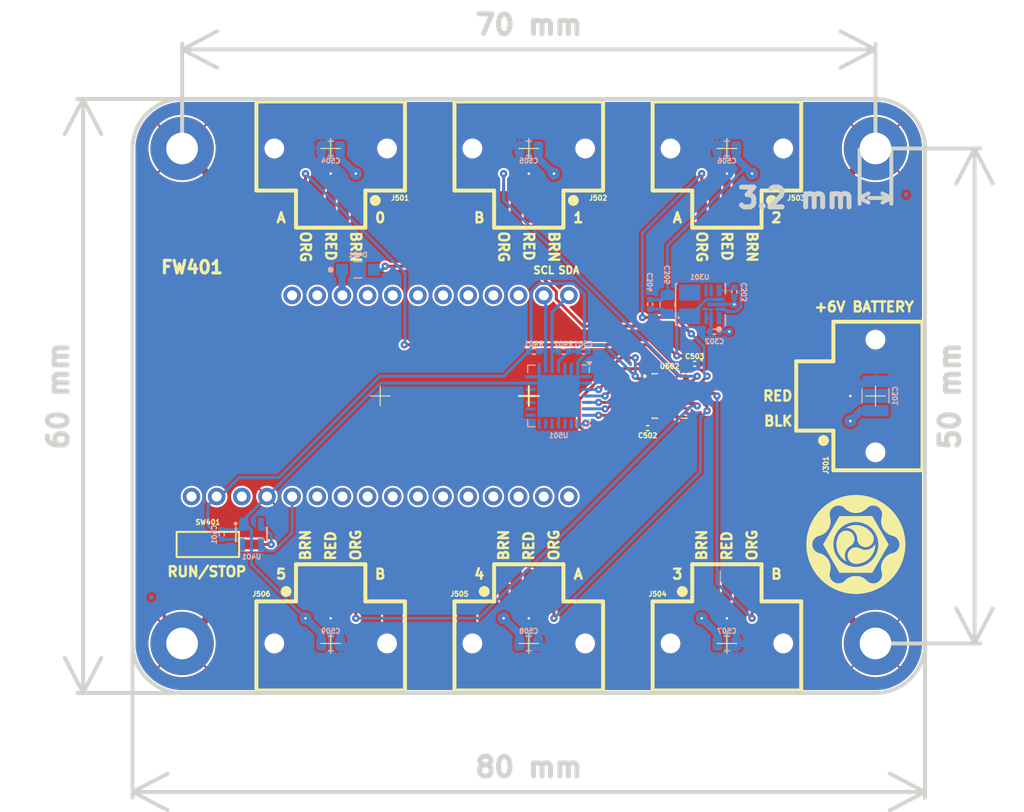
<source format=kicad_pcb>
(kicad_pcb (version 20221018) (generator pcbnew)
  (title_block (title "thruster-pcb") (date "2025-02-18") (rev "1.0") (company "Mechatronic Magic"))
  (layers (0 "F.Cu" signal) (31 "B.Cu" signal) (34 "B.Paste" user) (35 "F.Paste" user) (36 "B.SilkS" user "B.Silkscreen") (37 "F.SilkS" user "F.Silkscreen") (38 "B.Mask" user) (39 "F.Mask" user) (44 "Edge.Cuts" user))
  (net 0 "")
  (net 1 "/GND")
  (net 2 "/+6V")
  (net 3 "/microcontroller/VBUS")
  (net 6 "/microcontroller/RUN_DEBOUNCED")
  (net 20 "/+5V")
  (net 24 "/+3.3V")
  (net 30 "/thrusters/SIG_0")
  (net 35 "/power/VDD")
  (net 36 "/thrusters/SIG_1")
  (net 37 "/thrusters/SIG_2")
  (net 38 "/thrusters/SIG_3")
  (net 39 "/SDA")
  (net 40 "/SCL")
  (net 41 "/thrusters/SIG_4")
  (net 42 "/thrusters/SIG_5")
  (net 43 "/thrusters/PWM_0")
  (net 44 "/thrusters/PWM_1")
  (net 45 "/thrusters/PWM_2")
  (net 46 "/thrusters/PWM_3")
  (net 47 "/thrusters/PWM_4")
  (net 48 "/thrusters/PWM_5")
  (net 61 "/microcontroller/RUN")
  (footprint "MechatronicMagicLogo:logo-white-fg-black-bg-10mm" (layer "F.Cu") (at 191.17 116.35)
    (fp_text reference "G101" hide)
    (fp_text value "LOGO-10mm" hide)
  )
  (footprint "Janelia:IC_TXS0108ERGYR" (layer "F.Cu") (at 172.36 101.35)
    (fp_text reference "U502")
    (fp_text value "LevelTranslator_TXS0108EPW")
  )
  (footprint "Janelia:Connector_Header_1x03_P2.54mm_Horizontal_SMD_284052-E" (layer "F.Cu") (at 178.15 126.35 180)
    (fp_text reference "J504")
    (fp_text value "Conn_TERM_HDR_01x03_Pin_3.5mm_Horizontal" hide)
  )
  (footprint "Janelia:FEATHERWING_HEADERS" (layer "F.Cu") (at 143.15 101.35)
    (fp_text reference "FW401")
    (fp_text value "FEATHERWING_nRF52_HEADERS")
  )
  (footprint "Janelia:MountingHole_3.2mm_M3_Pad" (layer "F.Cu") (at 123.15 76.35)
    (fp_text reference "H201" hide)
    (fp_text value "MountingHole_M3_Pad" hide)
  )
  (footprint "Janelia:FIDUCIAL_0.5mm_Mask1mm" (layer "F.Cu") (at 120.05 81.03)
    (fp_text reference "FID201")
    (fp_text value "FIDUCIAL_0.5mm_MASK1mm" hide)
  )
  (footprint "Janelia:MountingHole_3.2mm_M3_Pad" (layer "F.Cu") (at 193.15 76.35)
    (fp_text reference "H202" hide)
    (fp_text value "MountingHole_M3_Pad" hide)
  )
  (footprint "Janelia:C_0402_1005Metric" (layer "F.Cu") (at 174.9 98.1)
    (fp_text reference "C503")
    (fp_text value "0.1uF_100V")
  )
  (footprint "Janelia:Connector_Header_1x03_P2.54mm_Horizontal_SMD_284052-E" (layer "F.Cu") (at 138.15 76.35)
    (fp_text reference "J501")
    (fp_text value "Conn_TERM_HDR_01x03_Pin_3.5mm_Horizontal" hide)
  )
  (footprint "Janelia:FIDUCIAL_0.5mm_Mask1mm" (layer "F.Cu") (at 196.25 121.67)
    (fp_text reference "FID203")
    (fp_text value "FIDUCIAL_0.5mm_MASK1mm" hide)
  )
  (footprint "Janelia:MountingHole_3.2mm_M3_Pad" (layer "F.Cu") (at 193.15 126.35)
    (fp_text reference "H203" hide)
    (fp_text value "MountingHole_M3_Pad" hide)
  )
  (footprint "Janelia:MountingHole_3.2mm_M3_Pad" (layer "F.Cu") (at 123.15 126.35)
    (fp_text reference "H204" hide)
    (fp_text value "MountingHole_M3_Pad" hide)
  )
  (footprint "Janelia:Connector_Header_1x03_P2.54mm_Horizontal_SMD_284052-E" (layer "F.Cu") (at 178.15 76.35)
    (fp_text reference "J503")
    (fp_text value "Conn_TERM_HDR_01x03_Pin_3.5mm_Horizontal" hide)
  )
  (footprint "Janelia:Connector_Header_1x03_P2.54mm_Horizontal_SMD_284052-E" (layer "F.Cu") (at 138.15 126.35 180)
    (fp_text reference "J506")
    (fp_text value "Conn_TERM_HDR_01x03_Pin_3.5mm_Horizontal" hide)
  )
  (footprint "Janelia:C_0402_1005Metric" (layer "F.Cu") (at 170.15 104.6 180)
    (fp_text reference "C502")
    (fp_text value "0.1uF_100V")
  )
  (footprint "Janelia:Connector_Header_1x03_P2.54mm_Horizontal_SMD_284052-E" (layer "F.Cu") (at 158.15 126.35 180)
    (fp_text reference "J505")
    (fp_text value "Conn_TERM_HDR_01x03_Pin_3.5mm_Horizontal" hide)
  )
  (footprint "Janelia:Connector_Header_1x03_P2.54mm_Horizontal_SMD_284052-E" (layer "F.Cu") (at 193.15 101.35 -90)
    (fp_text reference "J301")
    (fp_text value "Conn_TERM_HDR_01x03_Pin_3.5mm_Horizontal" hide)
  )
  (footprint "Janelia:Connector_Header_1x03_P2.54mm_Horizontal_SMD_284052-E" (layer "F.Cu") (at 158.15 76.35)
    (fp_text reference "J502")
    (fp_text value "Conn_TERM_HDR_01x03_Pin_3.5mm_Horizontal" hide)
  )
  (footprint "Janelia:SW_SPST_EM-01KP" (layer "F.Cu") (at 125.75 116.35)
    (fp_text reference "SW401")
    (fp_text value "SW_DIP_x01_EM-01KP")
  )
  (footprint "Janelia:R_0402_1005Metric" (layer "B.Cu") (at 158.65 96.85)
    (fp_text reference "R401")
    (fp_text value "1.8k")
  )
  (footprint "Janelia:FIDUCIAL_0.5mm_Mask1mm" (layer "B.Cu") (at 120.05 121.67 180)
    (fp_text reference "FID204")
    (fp_text value "FIDUCIAL_0.5mm_MASK1mm" hide)
  )
  (footprint "Janelia:C_0805_2012Metric" (layer "B.Cu") (at 158.15 76.35)
    (fp_text reference "C505")
    (fp_text value "47uF_10V")
  )
  (footprint "Janelia:C_0805_2012Metric" (layer "B.Cu") (at 138.15 76.35)
    (fp_text reference "C504")
    (fp_text value "47uF_10V")
  )
  (footprint "Janelia:C_0805_2012Metric" (layer "B.Cu") (at 172.15 92.1 90)
    (fp_text reference "C305")
    (fp_text value "47uF_10V")
  )
  (footprint "Janelia:C_0402_1005Metric" (layer "B.Cu") (at 176.9 94.85)
    (fp_text reference "C302")
    (fp_text value "0.1uF_100V")
  )
  (footprint "Janelia:C_0402_1005Metric" (layer "B.Cu") (at 163.65 96.85)
    (fp_text reference "C501")
    (fp_text value "0.1uF_100V")
  )
  (footprint "Janelia:C_0402_1005Metric" (layer "B.Cu") (at 170.4 92.1 90)
    (fp_text reference "C304")
    (fp_text value "1uF_25V")
  )
  (footprint "Janelia:C_0805_2012Metric" (layer "B.Cu") (at 138.15 126.35 180)
    (fp_text reference "C509")
    (fp_text value "47uF_10V")
  )
  (footprint "Janelia:SOT192P237X122-4N" (layer "B.Cu") (at 130.15 115.35 -90)
    (fp_text reference "U401")
    (fp_text value "MAX6816" hide)
  )
  (footprint "Janelia:SOD-123FL" (layer "B.Cu") (at 140.9 88.6)
    (fp_text reference "D401")
    (fp_text value "D_SCHOTTKY_20V_1A")
  )
  (footprint "Janelia:QFN-28-1EP_6x6mm_P0.65mm_EP4.25x4.25mm" (layer "B.Cu") (at 161.15 101.35 180)
    (fp_text reference "U501")
    (fp_text value "PCA9685BS")
  )
  (footprint "Janelia:R_0402_1005Metric" (layer "B.Cu") (at 161.65 96.85 180)
    (fp_text reference "R402")
    (fp_text value "1.8k")
  )
  (footprint "Janelia:RDN0011A-MFG" (layer "B.Cu") (at 175.4 92.1 90)
    (fp_text reference "U301")
    (fp_text value "TPSM365R6V5RDNR" hide)
  )
  (footprint "Janelia:C_0805_2012Metric" (layer "B.Cu") (at 178.15 76.35)
    (fp_text reference "C506")
    (fp_text value "47uF_10V")
  )
  (footprint "Janelia:C_0402_1005Metric" (layer "B.Cu") (at 127.15 115.35 90)
    (fp_text reference "C401")
    (fp_text value "0.1uF_100V")
  )
  (footprint "Janelia:C_0805_2012Metric" (layer "B.Cu") (at 158.15 126.35 180)
    (fp_text reference "C508")
    (fp_text value "47uF_10V")
  )
  (footprint "Janelia:C_0402_1005Metric" (layer "B.Cu") (at 178.9 90.85 -90)
    (fp_text reference "C303")
    (fp_text value "1uF_25V")
  )
  (footprint "Janelia:FIDUCIAL_0.5mm_Mask1mm" (layer "B.Cu") (at 196.25 81.03 180)
    (fp_text reference "FID202")
    (fp_text value "FIDUCIAL_0.5mm_MASK1mm" hide)
  )
  (footprint "Janelia:C_1210_3225Metric" (layer "B.Cu") (at 193.15 101.35 -90)
    (fp_text reference "C301")
    (fp_text value "3.3uF_50V")
  )
  (footprint "Janelia:C_0805_2012Metric" (layer "B.Cu") (at 178.15 126.35 180)
    (fp_text reference "C507")
    (fp_text value "47uF_10V")
  )
  (gr_line (start 158.15 100.35) (end 158.15 102.35) (stroke (width 0.2)) (layer "F.SilkS"))
  (gr_line (start 157.15 101.35) (end 159.15 101.35) (stroke (width 0.2)) (layer "F.SilkS"))
  (gr_line (start 118.15 126.35) (end 118.15 76.35) (stroke (width 0.4)) (layer "Edge.Cuts"))
  (gr_line (start 193.15 131.35) (end 123.15 131.35) (stroke (width 0.4)) (layer "Edge.Cuts"))
  (gr_line (start 198.15 76.35) (end 198.15 126.35) (stroke (width 0.4)) (layer "Edge.Cuts"))
  (gr_arc (start 118.15 76.35) (mid 119.614466 72.814466) (end 123.15 71.35) (stroke (width 0.4)) (layer "Edge.Cuts"))
  (gr_arc (start 193.15 71.35) (mid 196.685534 72.814466) (end 198.15 76.35) (stroke (width 0.4)) (layer "Edge.Cuts"))
  (gr_arc (start 198.15 126.35) (mid 196.685534 129.885534) (end 193.15 131.35) (stroke (width 0.4)) (layer "Edge.Cuts"))
  (gr_line (start 123.15 71.35) (end 193.15 71.35) (stroke (width 0.4)) (layer "Edge.Cuts"))
  (gr_arc (start 123.15 131.35) (mid 119.614466 129.885534) (end 118.15 126.35) (stroke (width 0.4)) (layer "Edge.Cuts"))
  (gr_text "SCL" (at 159.66 88.65) (layer "F.SilkS") (effects (font (size 0.75 0.75) (thickness 0.1875) bold)))
  (gr_text "SDA" (at 162.2 88.65) (layer "F.SilkS") (effects (font (size 0.75 0.75) (thickness 0.1875) bold)))
  (gr_text "RUN/STOP" (at 125.65 119.1) (layer "F.SilkS") (effects (font (size 1 1) (thickness 0.25) bold)))
  (dimension (type aligned) (layer "Edge.Cuts") (pts (xy 123.15 76.35) (xy 193.15 76.35)) (height -10) (gr_text "70 mm" (at 158.15 63.85) (layer "Edge.Cuts") (effects (font (size 2 2) (thickness 2) bold))) (format (prefix "") (suffix "") (units 3) (units_format 1) (precision 0)) (style (thickness 0.4) (arrow_length 4) (text_position_mode 0) (extension_height 0.58642) (extension_offset 0.5) keep_text_aligned))
  (dimension (type aligned) (layer "Edge.Cuts") (pts (xy 193.15 76.35) (xy 193.15 126.35)) (height -10) (gr_text "50 mm" (at 200.65 101.35 90) (layer "Edge.Cuts") (effects (font (size 2 2) (thickness 2) bold))) (format (prefix "") (suffix "") (units 3) (units_format 1) (precision 0)) (style (thickness 0.4) (arrow_length 4) (text_position_mode 0) (extension_height 0.58642) (extension_offset 0.5) keep_text_aligned))
  (dimension (type aligned) (layer "Edge.Cuts") (pts (xy 118.15 116.35) (xy 198.15 116.35)) (height 25) (gr_text "80 mm" (at 158.15 138.85) (layer "Edge.Cuts") (effects (font (size 2 2) (thickness 2) bold))) (format (prefix "") (suffix "") (units 3) (units_format 1) (precision 0)) (style (thickness 0.4) (arrow_length 4) (text_position_mode 0) (extension_height 0.58642) (extension_offset 0.5) keep_text_aligned))
  (dimension (type aligned) (layer "Edge.Cuts") (pts (xy 123.15 131.35) (xy 123.15 71.35)) (height -10) (gr_text "60 mm" (at 110.65 101.35 90) (layer "Edge.Cuts") (effects (font (size 2 2) (thickness 2) bold))) (format (prefix "") (suffix "") (units 3) (units_format 1) (precision 0)) (style (thickness 0.4) (arrow_length 4) (text_position_mode 0) (extension_height 0.58642) (extension_offset 0.5) keep_text_aligned))
  (dimension (type aligned) (layer "Edge.Cuts") (pts (xy 191.55 76.35) (xy 194.75 76.35)) (height 5) (gr_text "3.2 mm" (at 185.15 81.35) (layer "Edge.Cuts") (effects (font (size 2 2) (thickness 2) bold))) (format (prefix "") (suffix "") (units 3) (units_format 1) (precision 1)) (style (thickness 0.4) (arrow_length 1) (text_position_mode 2) (extension_height 0.58642) (extension_offset 0.1) keep_text_aligned))
  (segment (start 180.69 83.85) (end 180.69 82.25) (width 0.75) (layer "F.Cu") (net 1))
  (segment (start 170.71 103.1) (end 170.71 102.6) (width 0.3) (layer "F.Cu") (net 1))
  (segment (start 175.61 118.81) (end 175.61 120.45) (width 0.75) (layer "F.Cu") (net 1))
  (segment (start 160.69 83.81) (end 160.69 83.89) (width 0.75) (layer "F.Cu") (net 1))
  (segment (start 170.71 102.6) (end 171.11 102.6) (width 0.3) (layer "F.Cu") (net 1))
  (segment (start 179.6277 98.1) (end 180.69 97.0377) (width 0.3) (layer "F.Cu") (net 1))
  (segment (start 175.61 120.45) (end 175.61 123.81) (width 0.75) (layer "F.Cu") (net 1))
  (segment (start 170.71 103.1) (end 170.71 103.56) (width 0.3) (layer "F.Cu") (net 1))
  (segment (start 180.69 97.0377) (end 180.69 94.8751) (width 0.75) (layer "F.Cu") (net 1))
  (segment (start 184.9547 103.1947) (end 184.6494 103.5) (width 0.3) (layer "F.Cu") (net 1))
  (segment (start 173.11 103.375) (end 172.36 102.625) (width 0.3) (layer "F.Cu") (net 1))
  (segment (start 140.69 83.98) (end 142.06 85.35) (width 0.75) (layer "F.Cu") (net 1))
  (segment (start 187.25 103.89) (end 185.65 103.89) (width 0.75) (layer "F.Cu") (net 1))
  (segment (start 184.9547 103.1947) (end 180.69 98.93) (width 0.75) (layer "F.Cu") (net 1))
  (segment (start 185.61 103.89) (end 175.61 113.89) (width 0.75) (layer "F.Cu") (net 1))
  (segment (start 180.69 90.8202) (end 180.1798 90.8202) (width 0.3) (layer "F.Cu") (net 1))
  (segment (start 179.19 85.35) (end 180.69 83.85) (width 0.75) (layer "F.Cu") (net 1))
  (segment (start 155.61 120.45) (end 155.61 118.85) (width 0.75) (layer "F.Cu") (net 1))
  (segment (start 184.6494 103.5) (end 173.11 103.5) (width 0.3) (layer "F.Cu") (net 1))
  (segment (start 180.69 82.25) (end 187.25 82.25) (width 0.75) (layer "F.Cu") (net 1))
  (segment (start 175.61 118.81) (end 175.61 120.45) (width 0.75) (layer "F.Cu") (net 1))
  (segment (start 137.11 117.35) (end 154.15 117.35) (width 0.75) (layer "F.Cu") (net 1))
  (segment (start 155.61 118.81) (end 155.61 120.45) (width 0.75) (layer "F.Cu") (net 1))
  (segment (start 175.61 113.89) (end 175.61 118.81) (width 0.75) (layer "F.Cu") (net 1))
  (segment (start 172.36 101.35) (end 171.585 101.35) (width 0.3) (layer "F.Cu") (net 1))
  (segment (start 155.61 120.45) (end 155.61 123.81) (width 0.75) (layer "F.Cu") (net 1))
  (segment (start 162.15 85.35) (end 179.19 85.35) (width 0.75) (layer "F.Cu") (net 1))
  (segment (start 175.38 98.1) (end 179.6277 98.1) (width 0.3) (layer "F.Cu") (net 1))
  (segment (start 170.71 103.56) (end 169.67 104.6) (width 0.3) (layer "F.Cu") (net 1))
  (segment (start 140.69 82.25) (end 140.69 83.81) (width 0.75) (layer "F.Cu") (net 1))
  (segment (start 180.69 94.8751) (end 178.4251 94.8751) (width 0.3) (layer "F.Cu") (net 1))
  (segment (start 180.69 90.8202) (end 180.69 83.85) (width 0.75) (layer "F.Cu") (net 1))
  (segment (start 135.61 120.45) (end 129.05 120.45) (width 0.75) (layer "F.Cu") (net 1))
  (segment (start 171.735 101.975) (end 172.51 101.975) (width 0.3) (layer "F.Cu") (net 1))
  (segment (start 187.25 103.89) (end 185.65 103.89) (width 0.75) (layer "F.Cu") (net 1))
  (segment (start 180.69 98.93) (end 180.69 97.0377) (width 0.75) (layer "F.Cu") (net 1))
  (segment (start 180.69 83.85) (end 180.69 82.25) (width 0.75) (layer "F.Cu") (net 1))
  (segment (start 121.35 116.35) (end 121.35 124.55) (width 0.3) (layer "F.Cu") (net 1))
  (segment (start 180.1798 90.8202) (end 178.9 92.1) (width 0.3) (layer "F.Cu") (net 1))
  (segment (start 157.11 117.35) (end 174.15 117.35) (width 0.75) (layer "F.Cu") (net 1))
  (segment (start 160.69 82.25) (end 160.69 83.81) (width 0.75) (layer "F.Cu") (net 1))
  (segment (start 129.05 120.45) (end 123.15 126.35) (width 0.75) (layer "F.Cu") (net 1))
  (segment (start 160.69 83.81) (end 160.69 82.25) (width 0.75) (layer "F.Cu") (net 1))
  (segment (start 173.11 103.5) (end 173.11 103.375) (width 0.3) (layer "F.Cu") (net 1))
  (segment (start 171.735 101.975) (end 172.36 101.35) (width 0.3) (layer "F.Cu") (net 1))
  (segment (start 139.15 85.35) (end 132.15 85.35) (width 0.75) (layer "F.Cu") (net 1))
  (segment (start 174.15 117.35) (end 175.61 118.81) (width 0.75) (layer "F.Cu") (net 1))
  (segment (start 160.69 82.25) (end 160.69 78.89) (width 0.75) (layer "F.Cu") (net 1))
  (segment (start 187.25 120.45) (end 193.15 126.35) (width 0.75) (layer "F.Cu") (net 1))
  (segment (start 160.69 83.89) (end 162.15 85.35) (width 0.75) (layer "F.Cu") (net 1))
  (segment (start 140.69 83.81) (end 139.15 85.35) (width 0.75) (layer "F.Cu") (net 1))
  (segment (start 187.25 103.89) (end 190.61 103.89) (width 0.75) (layer "F.Cu") (net 1))
  (segment (start 121.35 124.55) (end 123.15 126.35) (width 0.3) (layer "F.Cu") (net 1))
  (segment (start 187.25 103.89) (end 187.25 120.45) (width 0.75) (layer "F.Cu") (net 1))
  (segment (start 171.7225 101.9875) (end 171.735 101.975) (width 0.3) (layer "F.Cu") (net 1))
  (segment (start 140.69 83.81) (end 140.69 83.98) (width 0.75) (layer "F.Cu") (net 1))
  (segment (start 185.65 103.89) (end 184.9547 103.1947) (width 0.75) (layer "F.Cu") (net 1))
  (segment (start 178.4251 94.8751) (end 178.4 94.85) (width 0.3) (layer "F.Cu") (net 1))
  (segment (start 171.11 102.6) (end 171.7225 101.9875) (width 0.3) (layer "F.Cu") (net 1))
  (segment (start 135.61 120.45) (end 135.61 118.85) (width 0.75) (layer "F.Cu") (net 1))
  (segment (start 135.61 118.85) (end 137.11 117.35) (width 0.75) (layer "F.Cu") (net 1))
  (segment (start 140.69 82.25) (end 140.69 78.89) (width 0.75) (layer "F.Cu") (net 1))
  (segment (start 159.15 85.35) (end 160.69 83.81) (width 0.75) (layer "F.Cu") (net 1))
  (segment (start 135.61 120.45) (end 135.61 123.81) (width 0.75) (layer "F.Cu") (net 1))
  (segment (start 154.15 117.35) (end 155.61 118.81) (width 0.75) (layer "F.Cu") (net 1))
  (segment (start 142.06 85.35) (end 159.15 85.35) (width 0.75) (layer "F.Cu") (net 1))
  (segment (start 172.51 101.975) (end 173.135 101.35) (width 0.3) (layer "F.Cu") (net 1))
  (segment (start 172.36 102.625) (end 171.7225 101.9875) (width 0.3) (layer "F.Cu") (net 1))
  (segment (start 132.15 85.35) (end 123.15 76.35) (width 0.75) (layer "F.Cu") (net 1))
  (segment (start 187.25 82.25) (end 193.15 76.35) (width 0.75) (layer "F.Cu") (net 1))
  (segment (start 180.69 94.8751) (end 180.69 90.8202) (width 0.75) (layer "F.Cu") (net 1))
  (segment (start 180.69 82.25) (end 180.69 78.89) (width 0.75) (layer "F.Cu") (net 1))
  (segment (start 155.61 118.85) (end 157.11 117.35) (width 0.75) (layer "F.Cu") (net 1))
  (segment (start 185.65 103.89) (end 185.61 103.89) (width 0.75) (layer "F.Cu") (net 1))
  (segment (start 140.69 82.25) (end 140.69 83.81) (width 0.75) (layer "F.Cu") (net 1))
  (via (at 190.61 103.89) (size 1.25) (drill 0.25) (layers "F.Cu" "B.Cu") (net 1))
  (via (at 160.69 78.89) (size 1.25) (drill 0.25) (layers "F.Cu" "B.Cu") (net 1))
  (via (at 155.61 123.81) (size 1.25) (drill 0.25) (layers "F.Cu" "B.Cu") (net 1))
  (via (at 175.61 123.81) (size 1.25) (drill 0.25) (layers "F.Cu" "B.Cu") (net 1))
  (via (at 178.4 94.85) (size 0.75) (drill 0.25) (layers "F.Cu" "B.Cu") (net 1))
  (via (at 135.61 123.81) (size 1.25) (drill 0.25) (layers "F.Cu" "B.Cu") (net 1))
  (via (at 178.9 92.1) (size 0.75) (drill 0.25) (layers "F.Cu" "B.Cu") (net 1))
  (via (at 180.69 78.89) (size 1.25) (drill 0.25) (layers "F.Cu" "B.Cu") (net 1))
  (via (at 140.69 78.89) (size 1.25) (drill 0.25) (layers "F.Cu" "B.Cu") (net 1))
  (segment (start 129.385 113.845) (end 131.72 111.51) (width 0.3) (layer "B.Cu") (net 1))
  (segment (start 158.3125 100.05) (end 143.18 100.05) (width 0.3) (layer "B.Cu") (net 1))
  (segment (start 137.2 125.4) (end 135.61 123.81) (width 0.75) (layer "B.Cu") (net 1))
  (segment (start 139.1 76.35) (end 139.1 77.3) (width 0.75) (layer "B.Cu") (net 1))
  (segment (start 161.8 98.5125) (end 161.8 100.7) (width 0.3) (layer "B.Cu") (net 1))
  (segment (start 177.2 125.4) (end 175.61 123.81) (width 0.75) (layer "B.Cu") (net 1))
  (segment (start 177.38 94.85) (end 178.4 94.85) (width 0.3) (layer "B.Cu") (net 1))
  (segment (start 139.1 77.3) (end 140.69 78.89) (width 0.75) (layer "B.Cu") (net 1))
  (segment (start 159.85 100.05) (end 161.15 101.35) (width 0.3) (layer "B.Cu") (net 1))
  (segment (start 163.1 99.4) (end 162.45 100.05) (width 0.3) (layer "B.Cu") (net 1))
  (segment (start 143.18 100.05) (end 131.72 111.51) (width 0.3) (layer "B.Cu") (net 1))
  (segment (start 161.8 100.7) (end 161.15 101.35) (width 0.3) (layer "B.Cu") (net 1))
  (segment (start 128.84 114.87) (end 129.385 114.325) (width 0.3) (layer "B.Cu") (net 1))
  (segment (start 127.15 114.87) (end 128.84 114.87) (width 0.3) (layer "B.Cu") (net 1))
  (segment (start 159.2 98.5125) (end 159.2 99.4) (width 0.3) (layer "B.Cu") (net 1))
  (segment (start 178.9 92.1) (end 178.9 91.33) (width 0.3) (layer "B.Cu") (net 1))
  (segment (start 163.988 100.05) (end 163.9875 100.05) (width 0.3) (layer "B.Cu") (net 1))
  (segment (start 179.1 76.35) (end 179.1 77.3) (width 0.75) (layer "B.Cu") (net 1))
  (segment (start 161.8 100.7) (end 161.15 101.35) (width 0.3) (layer "B.Cu") (net 1))
  (segment (start 159.1 76.35) (end 159.1 77.3) (width 0.75) (layer "B.Cu") (net 1))
  (segment (start 163.9875 99.4) (end 163.1 99.4) (width 0.3) (layer "B.Cu") (net 1))
  (segment (start 191.675 102.825) (end 190.61 103.89) (width 0.75) (layer "B.Cu") (net 1))
  (segment (start 162.45 98.5125) (end 162.45 100.05) (width 0.3) (layer "B.Cu") (net 1))
  (segment (start 130.15 118.35) (end 135.61 123.81) (width 0.3) (layer "B.Cu") (net 1))
  (segment (start 171.68 91.62) (end 172.15 91.15) (width 0.3) (layer "B.Cu") (net 1))
  (segment (start 157.2 125.4) (end 155.61 123.81) (width 0.75) (layer "B.Cu") (net 1))
  (segment (start 162.45 100.05) (end 161.8 100.7) (width 0.3) (layer "B.Cu") (net 1))
  (segment (start 180.0567 78.2567) (end 180.69 78.89) (width 0.75) (layer "B.Cu") (net 1))
  (segment (start 177.2 126.35) (end 177.2 125.4) (width 0.75) (layer "B.Cu") (net 1))
  (segment (start 158.3125 100.05) (end 159.85 100.05) (width 0.3) (layer "B.Cu") (net 1))
  (segment (start 159.85 100.05) (end 161.15 101.35) (width 0.3) (layer "B.Cu") (net 1))
  (segment (start 163.1 97.88) (end 164.13 96.85) (width 0.3) (layer "B.Cu") (net 1))
  (segment (start 159.1 77.3) (end 160.69 78.89) (width 0.75) (layer "B.Cu") (net 1))
  (segment (start 163.1 98.5125) (end 163.1 97.88) (width 0.3) (layer "B.Cu") (net 1))
  (segment (start 172.15 86.1634) (end 172.15 91.15) (width 0.3) (layer "B.Cu") (net 1))
  (segment (start 161.15 104.188) (end 161.15 104.1875) (width 0.3) (layer "B.Cu") (net 1))
  (segment (start 180.0567 78.2567) (end 172.15 86.1634) (width 0.3) (layer "B.Cu") (net 1))
  (segment (start 129.385 114.325) (end 129.385 114.085) (width 0.3) (layer "B.Cu") (net 1))
  (segment (start 157.2 126.35) (end 157.2 125.4) (width 0.75) (layer "B.Cu") (net 1))
  (segment (start 162.45 100.05) (end 161.8 100.7) (width 0.3) (layer "B.Cu") (net 1))
  (segment (start 193.15 102.825) (end 191.675 102.825) (width 0.75) (layer "B.Cu") (net 1))
  (segment (start 170.4 91.62) (end 171.68 91.62) (width 0.3) (layer "B.Cu") (net 1))
  (segment (start 161.15 104.1875) (end 161.15 101.35) (width 0.3) (layer "B.Cu") (net 1))
  (segment (start 129.385 114.085) (end 130.15 114.85) (width 0.3) (layer "B.Cu") (net 1))
  (segment (start 163.9875 100.05) (end 162.45 100.05) (width 0.3) (layer "B.Cu") (net 1))
  (segment (start 161.8 100.7) (end 161.15 101.35) (width 0.3) (layer "B.Cu") (net 1))
  (segment (start 129.385 114.085) (end 129.385 113.845) (width 0.3) (layer "B.Cu") (net 1))
  (segment (start 163.1 98.5125) (end 163.1 99.4) (width 0.3) (layer "B.Cu") (net 1))
  (segment (start 159.2 99.4) (end 159.85 100.05) (width 0.3) (layer "B.Cu") (net 1))
  (segment (start 137.2 126.35) (end 137.2 125.4) (width 0.75) (layer "B.Cu") (net 1))
  (segment (start 130.15 114.85) (end 130.15 118.35) (width 0.3) (layer "B.Cu") (net 1))
  (segment (start 179.1 77.3) (end 180.0567 78.2567) (width 0.75) (layer "B.Cu") (net 1))
  (segment (start 158.3125 99.4) (end 159.2 99.4) (width 0.3) (layer "B.Cu") (net 1))
  (segment (start 177.15 92.1) (end 178.9 92.1) (width 0.3) (layer "B.Cu") (net 1))
  (segment (start 138.15 120.45) (end 138.15 123.81) (width 0.75) (layer "F.Cu") (net 2))
  (segment (start 178.15 82.25) (end 178.15 78.89) (width 0.75) (layer "F.Cu") (net 2))
  (segment (start 158.15 82.25) (end 158.15 78.89) (width 0.75) (layer "F.Cu") (net 2))
  (segment (start 158.15 120.45) (end 158.15 123.81) (width 0.75) (layer "F.Cu") (net 2))
  (segment (start 178.15 120.45) (end 178.15 123.81) (width 0.75) (layer "F.Cu") (net 2))
  (segment (start 187.25 101.35) (end 190.61 101.35) (width 0.75) (layer "F.Cu") (net 2))
  (segment (start 138.15 82.25) (end 138.15 78.89) (width 0.75) (layer "F.Cu") (net 2))
  (via (at 178.15 78.89) (size 1.25) (drill 0.25) (layers "F.Cu" "B.Cu") (net 2))
  (via (at 190.61 101.35) (size 1.25) (drill 0.25) (layers "F.Cu" "B.Cu") (net 2))
  (via (at 158.15 123.81) (size 1.25) (drill 0.25) (layers "F.Cu" "B.Cu") (net 2))
  (via (at 178.15 123.81) (size 1.25) (drill 0.25) (layers "F.Cu" "B.Cu") (net 2))
  (via (at 138.15 78.89) (size 1.25) (drill 0.25) (layers "F.Cu" "B.Cu") (net 2))
  (via (at 158.15 78.89) (size 1.25) (drill 0.25) (layers "F.Cu" "B.Cu") (net 2))
  (via (at 138.15 123.81) (size 1.25) (drill 0.25) (layers "F.Cu" "B.Cu") (net 2))
  (segment (start 139.1 126.35) (end 139.1 124.76) (width 0.75) (layer "B.Cu") (net 2))
  (segment (start 158.575 74.975) (end 175.825 74.975) (width 0.75) (layer "B.Cu") (net 2))
  (segment (start 157.2 76.35) (end 158.575 74.975) (width 0.75) (layer "B.Cu") (net 2))
  (segment (start 177.2 77.94) (end 178.15 78.89) (width 0.75) (layer "B.Cu") (net 2))
  (segment (start 157.725 127.725) (end 159.1 126.35) (width 0.75) (layer "B.Cu") (net 2))
  (segment (start 193.15 99.875) (end 192.085 99.875) (width 0.75) (layer "B.Cu") (net 2))
  (segment (start 196.15 110.35) (end 196.15 101.825) (width 0.75) (layer "B.Cu") (net 2))
  (segment (start 190.61 101.35) (end 182.92 101.35) (width 0.3) (layer "B.Cu") (net 2))
  (segment (start 176.55 93.5) (end 176.05 93.5) (width 0.3) (layer "B.Cu") (net 2))
  (segment (start 160.475 127.725) (end 177.725 127.725) (width 0.75) (layer "B.Cu") (net 2))
  (segment (start 178.575 74.975) (end 179.775 74.975) (width 0.75) (layer "B.Cu") (net 2))
  (segment (start 137.2 77.94) (end 138.15 78.89) (width 0.75) (layer "B.Cu") (net 2))
  (segment (start 194.2 99.875) (end 193.15 99.875) (width 0.75) (layer "B.Cu") (net 2))
  (segment (start 179.775 74.975) (end 196.15 91.35) (width 0.75) (layer "B.Cu") (net 2))
  (segment (start 179.1 126.35) (end 180.15 126.35) (width 0.75) (layer "B.Cu") (net 2))
  (segment (start 182.92 101.35) (end 176.42 94.85) (width 0.3) (layer "B.Cu") (net 2))
  (segment (start 177.2 76.35) (end 178.575 74.975) (width 0.75) (layer "B.Cu") (net 2))
  (segment (start 159.1 126.35) (end 159.1 124.76) (width 0.75) (layer "B.Cu") (net 2))
  (segment (start 194.2 99.875) (end 193.15 99.875) (width 0.75) (layer "B.Cu") (net 2))
  (segment (start 192.085 99.875) (end 190.61 101.35) (width 0.75) (layer "B.Cu") (net 2))
  (segment (start 139.1 126.35) (end 140.475 127.725) (width 0.75) (layer "B.Cu") (net 2))
  (segment (start 196.15 101.825) (end 194.2 99.875) (width 0.75) (layer "B.Cu") (net 2))
  (segment (start 157.2 77.94) (end 158.15 78.89) (width 0.75) (layer "B.Cu") (net 2))
  (segment (start 176.55 94.72) (end 176.42 94.85) (width 0.3) (layer "B.Cu") (net 2))
  (segment (start 176.55 93.5) (end 176.55 94.72) (width 0.3) (layer "B.Cu") (net 2))
  (segment (start 139.1 124.76) (end 138.15 123.81) (width 0.75) (layer "B.Cu") (net 2))
  (segment (start 175.825 74.975) (end 177.2 76.35) (width 0.75) (layer "B.Cu") (net 2))
  (segment (start 157.2 76.35) (end 157.2 77.94) (width 0.75) (layer "B.Cu") (net 2))
  (segment (start 194.388 99.875) (end 194.2 99.875) (width 0.75) (layer "B.Cu") (net 2))
  (segment (start 137.2 76.35) (end 138.575 74.975) (width 0.75) (layer "B.Cu") (net 2))
  (segment (start 138.575 74.975) (end 155.825 74.975) (width 0.75) (layer "B.Cu") (net 2))
  (segment (start 179.1 126.35) (end 179.1 124.76) (width 0.75) (layer "B.Cu") (net 2))
  (segment (start 196.15 98.1125) (end 194.388 99.875) (width 0.75) (layer "B.Cu") (net 2))
  (segment (start 159.1 124.76) (end 158.15 123.81) (width 0.75) (layer "B.Cu") (net 2))
  (segment (start 159.1 126.35) (end 160.475 127.725) (width 0.75) (layer "B.Cu") (net 2))
  (segment (start 179.1 124.76) (end 178.15 123.81) (width 0.75) (layer "B.Cu") (net 2))
  (segment (start 177.2 76.35) (end 177.2 77.94) (width 0.75) (layer "B.Cu") (net 2))
  (segment (start 180.15 126.35) (end 196.15 110.35) (width 0.75) (layer "B.Cu") (net 2))
  (segment (start 177.725 127.725) (end 179.1 126.35) (width 0.75) (layer "B.Cu") (net 2))
  (segment (start 137.2 76.35) (end 137.2 77.94) (width 0.75) (layer "B.Cu") (net 2))
  (segment (start 196.15 91.35) (end 196.15 98.1125) (width 0.75) (layer "B.Cu") (net 2))
  (segment (start 155.825 74.975) (end 157.2 76.35) (width 0.75) (layer "B.Cu") (net 2))
  (segment (start 140.475 127.725) (end 157.725 127.725) (width 0.75) (layer "B.Cu") (net 2))
  (segment (start 139.3 88.6) (end 139.3 91.15) (width 0.75) (layer "B.Cu") (net 3))
  (segment (start 139.3 91.15) (end 139.34 91.19) (width 0.75) (layer "B.Cu") (net 3))
  (segment (start 131.11 116.375) (end 131.735 117) (width 0.3) (layer "B.Cu") (net 6))
  (segment (start 132.419 117) (end 134.26 115.159) (width 0.3) (layer "B.Cu") (net 6))
  (segment (start 134.26 115.159) (end 134.26 111.51) (width 0.3) (layer "B.Cu") (net 6))
  (segment (start 131.735 117) (end 132.419 117) (width 0.3) (layer "B.Cu") (net 6))
  (segment (start 160.93 90.8018) (end 160.93 91.578) (width 0.3) (layer "F.Cu") (net 20))
  (segment (start 174.42 98.1) (end 173.603 97.283) (width 0.3) (layer "F.Cu") (net 20))
  (segment (start 174.01 99.6) (end 174.01 98.51) (width 0.3) (layer "F.Cu") (net 20))
  (segment (start 173.603 97.283) (end 173.0864 97.283) (width 0.3) (layer "F.Cu") (net 20))
  (segment (start 158.3695 88.2413) (end 160.93 90.8018) (width 0.3) (layer "F.Cu") (net 20))
  (segment (start 160.93 91.578) (end 163.6441 94.2921) (width 0.3) (layer "F.Cu") (net 20))
  (segment (start 163.6441 94.2921) (end 170.0955 94.2921) (width 0.3) (layer "F.Cu") (net 20))
  (segment (start 170.0955 94.2921) (end 173.0864 97.283) (width 0.3) (layer "F.Cu") (net 20))
  (segment (start 174.01 98.51) (end 174.42 98.1) (width 0.3) (layer "F.Cu") (net 20))
  (segment (start 143.6515 88.2413) (end 158.3695 88.2413) (width 0.3) (layer "F.Cu") (net 20))
  (via (at 143.6515 88.2413) (size 0.75) (drill 0.25) (layers "F.Cu" "B.Cu") (net 20))
  (via (at 173.0864 97.283) (size 0.75) (drill 0.25) (layers "F.Cu" "B.Cu") (net 20))
  (segment (start 176.1 91.6) (end 174.4 93.3) (width 0.3) (layer "B.Cu") (net 20))
  (segment (start 170.4 92.58) (end 171.68 92.58) (width 0.3) (layer "B.Cu") (net 20))
  (segment (start 143.6515 88.2413) (end 143.4 88.4928) (width 0.3) (layer "B.Cu") (net 20))
  (segment (start 173.0864 93.05) (end 173.0864 97.283) (width 0.3) (layer "B.Cu") (net 20))
  (segment (start 173.0864 93.05) (end 174.15 93.05) (width 0.3) (layer "B.Cu") (net 20))
  (segment (start 177.45 91.6) (end 176.1 91.6) (width 0.3) (layer "B.Cu") (net 20))
  (segment (start 142.5 88.6) (end 143.4 88.6) (width 0.3) (layer "B.Cu") (net 20))
  (segment (start 172.15 93.05) (end 173.0864 93.05) (width 0.3) (layer "B.Cu") (net 20))
  (segment (start 143.4 88.4928) (end 143.4 88.6) (width 0.3) (layer "B.Cu") (net 20))
  (segment (start 174.15 93.05) (end 174.4 93.3) (width 0.3) (layer "B.Cu") (net 20))
  (segment (start 171.68 92.58) (end 172.15 93.05) (width 0.3) (layer "B.Cu") (net 20))
  (segment (start 164.0516 105.2031) (end 163.2467 104.3982) (width 0.3) (layer "F.Cu") (net 24))
  (segment (start 170.71 99.6) (end 169.15 99.6) (width 0.3) (layer "F.Cu") (net 24))
  (segment (start 170.63 104.6) (end 170.0269 105.2031) (width 0.3) (layer "F.Cu") (net 24))
  (segment (start 171.61 103.5) (end 171.61 103.62) (width 0.3) (layer "F.Cu") (net 24))
  (segment (start 167.4462 97.4936) (end 168.9 97.4936) (width 0.3) (layer "F.Cu") (net 24))
  (segment (start 171.61 103.62) (end 170.63 104.6) (width 0.3) (layer "F.Cu") (net 24))
  (segment (start 170.0269 105.2031) (end 164.0516 105.2031) (width 0.3) (layer "F.Cu") (net 24))
  (segment (start 163.2467 104.3982) (end 163.2467 101.6931) (width 0.3) (layer "F.Cu") (net 24))
  (segment (start 163.2467 101.6931) (end 167.4462 97.4936) (width 0.3) (layer "F.Cu") (net 24))
  (segment (start 169.15 99.6) (end 168.9 99.35) (width 0.3) (layer "F.Cu") (net 24))
  (via (at 168.9 97.4936) (size 0.75) (drill 0.25) (layers "F.Cu" "B.Cu") (net 24))
  (via (at 168.9 99.35) (size 0.75) (drill 0.25) (layers "F.Cu" "B.Cu") (net 24))
  (segment (start 163.7685 96.2515) (end 163.17 96.85) (width 0.3) (layer "B.Cu") (net 24))
  (segment (start 125.751 114.431) (end 125.751 112.399) (width 0.3) (layer "B.Cu") (net 24))
  (segment (start 162.16 96.85) (end 163.17 96.85) (width 0.3) (layer "B.Cu") (net 24))
  (segment (start 161.15 98.5125) (end 161.15 97.86) (width 0.3) (layer "B.Cu") (net 24))
  (segment (start 159.1787 89.9937) (end 162.6929 89.9937) (width 0.3) (layer "B.Cu") (net 24))
  (segment (start 168.9 99.35) (end 168.9 97.4936) (width 0.3) (layer "B.Cu") (net 24))
  (segment (start 126.99 111.51) (end 128.9 109.6) (width 0.3) (layer "B.Cu") (net 24))
  (segment (start 127.15 115.83) (end 125.751 114.431) (width 0.3) (layer "B.Cu") (net 24))
  (segment (start 128.9 109.6) (end 132.9 109.6) (width 0.3) (layer "B.Cu") (net 24))
  (segment (start 132.9 109.6) (end 143.15 99.35) (width 0.3) (layer "B.Cu") (net 24))
  (segment (start 158.39 96.6) (end 158.39 90.7824) (width 0.3) (layer "B.Cu") (net 24))
  (segment (start 161.15 97.86) (end 162.16 96.85) (width 0.3) (layer "B.Cu") (net 24))
  (segment (start 165.8015 96.2515) (end 168.9 99.35) (width 0.3) (layer "B.Cu") (net 24))
  (segment (start 125.751 112.399) (end 126.64 111.51) (width 0.3) (layer "B.Cu") (net 24))
  (segment (start 158.39 90.7824) (end 159.1787 89.9937) (width 0.3) (layer "B.Cu") (net 24))
  (segment (start 127.15 115.83) (end 128.645 115.83) (width 0.3) (layer "B.Cu") (net 24))
  (segment (start 143.15 99.35) (end 155.64 99.35) (width 0.3) (layer "B.Cu") (net 24))
  (segment (start 163.7685 96.2515) (end 165.8015 96.2515) (width 0.3) (layer "B.Cu") (net 24))
  (segment (start 162.6929 89.9937) (end 163.7685 91.0693) (width 0.3) (layer "B.Cu") (net 24))
  (segment (start 158.14 96.85) (end 158.39 96.6) (width 0.3) (layer "B.Cu") (net 24))
  (segment (start 126.64 111.51) (end 126.99 111.51) (width 0.3) (layer "B.Cu") (net 24))
  (segment (start 128.645 115.83) (end 129.19 116.375) (width 0.3) (layer "B.Cu") (net 24))
  (segment (start 155.64 99.35) (end 158.14 96.85) (width 0.3) (layer "B.Cu") (net 24))
  (segment (start 163.7685 91.0693) (end 163.7685 96.2515) (width 0.3) (layer "B.Cu") (net 24))
  (segment (start 170.0889 96.1789) (end 145.5843 96.1789) (width 0.3) (layer "F.Cu") (net 30))
  (segment (start 173.11 99.2) (end 170.0889 96.1789) (width 0.3) (layer "F.Cu") (net 30))
  (segment (start 135.61 82.25) (end 135.61 78.89) (width 0.3) (layer "F.Cu") (net 30))
  (via (at 145.5843 96.1789) (size 0.75) (drill 0.25) (layers "F.Cu" "B.Cu") (net 30))
  (via (at 135.61 78.89) (size 0.75) (drill 0.25) (layers "F.Cu" "B.Cu") (net 30))
  (segment (start 145.5843 96.1789) (end 145.65 96.1132) (width 0.3) (layer "B.Cu") (net 30))
  (segment (start 145.65 88.93) (end 135.61 78.89) (width 0.3) (layer "B.Cu") (net 30))
  (segment (start 145.65 96.1132) (end 145.65 88.93) (width 0.3) (layer "B.Cu") (net 30))
  (segment (start 178.9 90.37) (end 179.55 91.02) (width 0.3) (layer "B.Cu") (net 35))
  (segment (start 179.55 92.3692) (end 179.104 92.815) (width 0.3) (layer "B.Cu") (net 35))
  (segment (start 178.57 90.7) (end 178.9 90.37) (width 0.3) (layer "B.Cu") (net 35))
  (segment (start 177.362 90.7) (end 178.57 90.7) (width 0.3) (layer "B.Cu") (net 35))
  (segment (start 178.185 92.815) (end 177.97 92.6) (width 0.3) (layer "B.Cu") (net 35))
  (segment (start 177.97 92.6) (end 177.45 92.6) (width 0.3) (layer "B.Cu") (net 35))
  (segment (start 179.55 91.02) (end 179.55 92.3692) (width 0.3) (layer "B.Cu") (net 35))
  (segment (start 179.104 92.815) (end 178.185 92.815) (width 0.3) (layer "B.Cu") (net 35))
  (segment (start 155.61 82.25) (end 155.61 78.89) (width 0.3) (layer "F.Cu") (net 36))
  (segment (start 174.4 100.1) (end 174.01 100.1) (width 0.3) (layer "F.Cu") (net 36))
  (segment (start 175.15 99.35) (end 174.4 100.1) (width 0.3) (layer "F.Cu") (net 36))
  (via (at 155.61 78.89) (size 0.75) (drill 0.25) (layers "F.Cu" "B.Cu") (net 36))
  (via (at 175.15 99.35) (size 0.75) (drill 0.25) (layers "F.Cu" "B.Cu") (net 36))
  (segment (start 173.4 99.35) (end 155.61 81.56) (width 0.3) (layer "B.Cu") (net 36))
  (segment (start 175.15 99.35) (end 173.4 99.35) (width 0.3) (layer "B.Cu") (net 36))
  (segment (start 155.61 81.56) (end 155.61 78.89) (width 0.3) (layer "B.Cu") (net 36))
  (segment (start 174.501041 100.6) (end 174.01 100.6) (width 0.3) (layer "F.Cu") (net 37))
  (segment (start 169.6223 93.4226) (end 172.9093 93.4226) (width 0.3) (layer "F.Cu") (net 37))
  (segment (start 175.61 82.25) (end 175.61 78.89) (width 0.3) (layer "F.Cu") (net 37))
  (segment (start 172.9093 93.4226) (end 174.5557 95.069) (width 0.3) (layer "F.Cu") (net 37))
  (segment (start 174.751041 100.35) (end 174.501041 100.6) (width 0.3) (layer "F.Cu") (net 37))
  (segment (start 176.15 99.35) (end 175.15 100.35) (width 0.3) (layer "F.Cu") (net 37))
  (segment (start 175.15 100.35) (end 174.751041 100.35) (width 0.3) (layer "F.Cu") (net 37))
  (via (at 175.61 78.89) (size 0.75) (drill 0.25) (layers "F.Cu" "B.Cu") (net 37))
  (via (at 176.15 99.35) (size 0.75) (drill 0.25) (layers "F.Cu" "B.Cu") (net 37))
  (via (at 169.6223 93.4226) (size 0.75) (drill 0.25) (layers "F.Cu" "B.Cu") (net 37))
  (via (at 174.5557 95.069) (size 0.75) (drill 0.25) (layers "F.Cu" "B.Cu") (net 37))
  (segment (start 176.15 99.35) (end 175.8389 99.0389) (width 0.3) (layer "B.Cu") (net 37))
  (segment (start 169.6223 84.8777) (end 169.6223 93.4226) (width 0.3) (layer "B.Cu") (net 37))
  (segment (start 175.61 78.89) (end 169.6223 84.8777) (width 0.3) (layer "B.Cu") (net 37))
  (segment (start 175.8389 96.3522) (end 174.5557 95.069) (width 0.3) (layer "B.Cu") (net 37))
  (segment (start 175.8389 99.0389) (end 175.8389 96.3522) (width 0.3) (layer "B.Cu") (net 37))
  (segment (start 176.9 101.1) (end 177.15 101.35) (width 0.3) (layer "F.Cu") (net 38))
  (segment (start 180.69 120.45) (end 180.69 123.81) (width 0.3) (layer "F.Cu") (net 38))
  (segment (start 174.01 101.1) (end 176.9 101.1) (width 0.3) (layer "F.Cu") (net 38))
  (via (at 180.69 123.81) (size 0.75) (drill 0.25) (layers "F.Cu" "B.Cu") (net 38))
  (via (at 177.15 101.35) (size 0.75) (drill 0.25) (layers "F.Cu" "B.Cu") (net 38))
  (segment (start 177.15 101.35) (end 177.15 120.27) (width 0.3) (layer "B.Cu") (net 38))
  (segment (start 177.15 120.27) (end 180.69 123.81) (width 0.3) (layer "B.Cu") (net 38))
  (segment (start 160.5 96.85) (end 160.5 92.89) (width 0.3) (layer "B.Cu") (net 39))
  (segment (start 160.5 98.5125) (end 160.5 96.85) (width 0.3) (layer "B.Cu") (net 39))
  (segment (start 161.14 96.85) (end 160.5 96.85) (width 0.3) (layer "B.Cu") (net 39))
  (segment (start 160.5 92.89) (end 162.2 91.19) (width 0.3) (layer "B.Cu") (net 39))
  (segment (start 159.85 96.85) (end 159.85 91.38) (width 0.3) (layer "B.Cu") (net 40))
  (segment (start 159.85 91.38) (end 159.66 91.19) (width 0.3) (layer "B.Cu") (net 40))
  (segment (start 159.85 98.5125) (end 159.85 96.85) (width 0.3) (layer "B.Cu") (net 40))
  (segment (start 159.16 96.85) (end 159.85 96.85) (width 0.3) (layer "B.Cu") (net 40))
  (segment (start 176.15 102.85) (end 176.15 102.430761) (width 0.3) (layer "F.Cu") (net 41))
  (segment (start 175.319239 101.6) (end 174.01 101.6) (width 0.3) (layer "F.Cu") (net 41))
  (segment (start 160.69 120.45) (end 160.69 123.81) (width 0.3) (layer "F.Cu") (net 41))
  (segment (start 176.15 102.430761) (end 175.319239 101.6) (width 0.3) (layer "F.Cu") (net 41))
  (via (at 160.69 123.81) (size 0.75) (drill 0.25) (layers "F.Cu" "B.Cu") (net 41))
  (via (at 176.15 102.85) (size 0.75) (drill 0.25) (layers "F.Cu" "B.Cu") (net 41))
  (segment (start 175.4801 103.5199) (end 175.4801 109.0199) (width 0.3) (layer "B.Cu") (net 41))
  (segment (start 175.4801 109.0199) (end 160.69 123.81) (width 0.3) (layer "B.Cu") (net 41))
  (segment (start 176.15 102.85) (end 175.4801 103.5199) (width 0.3) (layer "B.Cu") (net 41))
  (segment (start 174.01 102.1) (end 174.9 102.1) (width 0.3) (layer "F.Cu") (net 42))
  (segment (start 174.9 102.1) (end 175.15 102.35) (width 0.3) (layer "F.Cu") (net 42))
  (segment (start 140.69 120.45) (end 140.69 123.81) (width 0.3) (layer "F.Cu") (net 42))
  (via (at 140.69 123.81) (size 0.75) (drill 0.25) (layers "F.Cu" "B.Cu") (net 42))
  (via (at 175.15 102.35) (size 0.75) (drill 0.25) (layers "F.Cu" "B.Cu") (net 42))
  (segment (start 174.5717 102.35) (end 153.1117 123.81) (width 0.3) (layer "B.Cu") (net 42))
  (segment (start 175.15 102.35) (end 174.5717 102.35) (width 0.3) (layer "B.Cu") (net 42))
  (segment (start 153.1117 123.81) (end 140.69 123.81) (width 0.3) (layer "B.Cu") (net 42))
  (segment (start 167.3 98.6) (end 165.2 100.7) (width 0.3) (layer "F.Cu") (net 43))
  (segment (start 171.01 98.6) (end 167.3 98.6) (width 0.3) (layer "F.Cu") (net 43))
  (segment (start 171.61 99.2) (end 171.01 98.6) (width 0.3) (layer "F.Cu") (net 43))
  (via (at 165.2 100.7) (size 0.75) (drill 0.25) (layers "F.Cu" "B.Cu") (net 43))
  (segment (start 163.988 100.7) (end 163.9875 100.7) (width 0.3) (layer "B.Cu") (net 43))
  (segment (start 163.988 100.7) (end 165.2 100.7) (width 0.3) (layer "B.Cu") (net 43))
  (segment (start 170.71 100.1) (end 167.1 100.1) (width 0.3) (layer "F.Cu") (net 44))
  (segment (start 167.1 100.1) (end 165.85 101.35) (width 0.3) (layer "F.Cu") (net 44))
  (via (at 165.85 101.35) (size 0.75) (drill 0.25) (layers "F.Cu" "B.Cu") (net 44))
  (segment (start 163.988 101.35) (end 165.85 101.35) (width 0.3) (layer "B.Cu") (net 44))
  (segment (start 163.988 101.35) (end 163.9875 101.35) (width 0.3) (layer "B.Cu") (net 44))
  (segment (start 167.519 100.6) (end 166.119 102) (width 0.3) (layer "F.Cu") (net 45))
  (segment (start 166.119 102) (end 165.2 102) (width 0.3) (layer "F.Cu") (net 45))
  (segment (start 170.71 100.6) (end 167.519 100.6) (width 0.3) (layer "F.Cu") (net 45))
  (via (at 165.2 102) (size 0.75) (drill 0.25) (layers "F.Cu" "B.Cu") (net 45))
  (segment (start 163.988 102) (end 165.2 102) (width 0.3) (layer "B.Cu") (net 45))
  (segment (start 163.988 102) (end 163.9875 102) (width 0.3) (layer "B.Cu") (net 45))
  (segment (start 170.71 101.1) (end 167.62 101.1) (width 0.3) (layer "F.Cu") (net 46))
  (segment (start 166.07 102.65) (end 165.85 102.65) (width 0.3) (layer "F.Cu") (net 46))
  (segment (start 167.62 101.1) (end 166.07 102.65) (width 0.3) (layer "F.Cu") (net 46))
  (via (at 165.85 102.65) (size 0.75) (drill 0.25) (layers "F.Cu" "B.Cu") (net 46))
  (segment (start 163.988 102.65) (end 163.9875 102.65) (width 0.3) (layer "B.Cu") (net 46))
  (segment (start 163.988 102.65) (end 165.85 102.65) (width 0.3) (layer "B.Cu") (net 46))
  (segment (start 166.119 103.3) (end 165.2 103.3) (width 0.3) (layer "F.Cu") (net 47))
  (segment (start 167.819 101.6) (end 166.119 103.3) (width 0.3) (layer "F.Cu") (net 47))
  (segment (start 170.71 101.6) (end 167.819 101.6) (width 0.3) (layer "F.Cu") (net 47))
  (via (at 165.2 103.3) (size 0.75) (drill 0.25) (layers "F.Cu" "B.Cu") (net 47))
  (segment (start 163.988 103.3) (end 163.9875 103.3) (width 0.3) (layer "B.Cu") (net 47))
  (segment (start 163.988 103.3) (end 165.2 103.3) (width 0.3) (layer "B.Cu") (net 47))
  (segment (start 168.15 102.1) (end 170.71 102.1) (width 0.3) (layer "F.Cu") (net 48))
  (segment (start 163.9 104.1) (end 166.15 104.1) (width 0.3) (layer "F.Cu") (net 48))
  (segment (start 166.15 104.1) (end 168.15 102.1) (width 0.3) (layer "F.Cu") (net 48))
  (via (at 163.9 104.1) (size 0.75) (drill 0.25) (layers "F.Cu" "B.Cu") (net 48))
  (segment (start 163.812 104.188) (end 163.9 104.1) (width 0.3) (layer "B.Cu") (net 48))
  (segment (start 163.1005 104.188) (end 163.812 104.188) (width 0.3) (layer "B.Cu") (net 48))
  (segment (start 163.1005 104.188) (end 163.1 104.1875) (width 0.3) (layer "B.Cu") (net 48))
  (segment (start 163.1 104.188) (end 163.1005 104.188) (width 0.3) (layer "B.Cu") (net 48))
  (segment (start 130.15 116.35) (end 132.15 116.35) (width 0.3) (layer "F.Cu") (net 61))
  (via (at 132.15 116.35) (size 0.75) (drill 0.25) (layers "F.Cu" "B.Cu") (net 61))
  (segment (start 132.15 116.35) (end 132.15 115.365) (width 0.3) (layer "B.Cu") (net 61))
  (segment (start 132.15 115.365) (end 131.11 114.325) (width 0.3) (layer "B.Cu") (net 61))
  (zone (net 1) (net_name "/GND") (layer "F.Cu") (connect_pads (clearance 0.2)) (min_thickness 0.2) (fill yes (thermal_gap 0.2) (thermal_bridge_width 0.2))
    (polygon (pts (xy 113.15 66.35) (xy 113.15 136.35) (xy 203.15 136.35) (xy 203.15 66.35)))
  )
  (zone (net 2) (net_name "/+6V") (layer "B.Cu") (priority 1) (connect_pads (clearance 0.2)) (min_thickness 0.2) (fill yes (thermal_gap 0.2) (thermal_bridge_width 0.2))
    (polygon (pts (xy 108.15 61.35) (xy 108.15 141.35) (xy 208.15 141.35) (xy 208.15 61.35)))
  )
)
</source>
